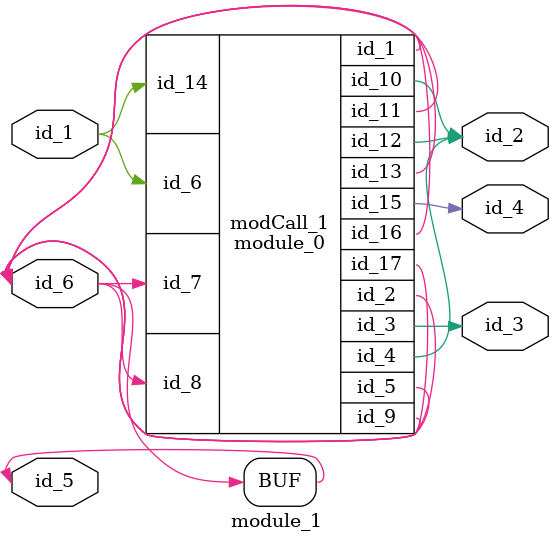
<source format=v>
module module_0 (
    id_1,
    id_2,
    id_3,
    id_4,
    id_5,
    id_6,
    id_7,
    id_8,
    id_9,
    id_10,
    id_11,
    id_12,
    id_13,
    id_14,
    id_15,
    id_16,
    id_17
);
  output wire id_17;
  output wire id_16;
  output wire id_15;
  input wire id_14;
  inout wire id_13;
  output wire id_12;
  inout wire id_11;
  output wire id_10;
  inout wire id_9;
  input wire id_8;
  input wire id_7;
  input wire id_6;
  inout wire id_5;
  output wire id_4;
  output wire id_3;
  inout wire id_2;
  inout wire id_1;
  wand id_18 = 1;
endmodule
module module_1 #(
    parameter id_7 = 32'd33
) (
    id_1,
    id_2,
    id_3,
    id_4,
    id_5,
    id_6
);
  input wire id_6;
  inout wire id_5;
  output wire id_4;
  output wire id_3;
  output wire id_2;
  module_0 modCall_1 (
      id_5,
      id_5,
      id_3,
      id_2,
      id_5,
      id_1,
      id_5,
      id_5,
      id_5,
      id_2,
      id_5,
      id_2,
      id_5,
      id_1,
      id_4,
      id_5,
      id_5
  );
  input wire id_1;
  assign id_5 = id_6;
  wire _id_7;
  localparam [-1 : id_7] id_8 = 1 ? (1) : (-1);
  wire id_9;
endmodule

</source>
